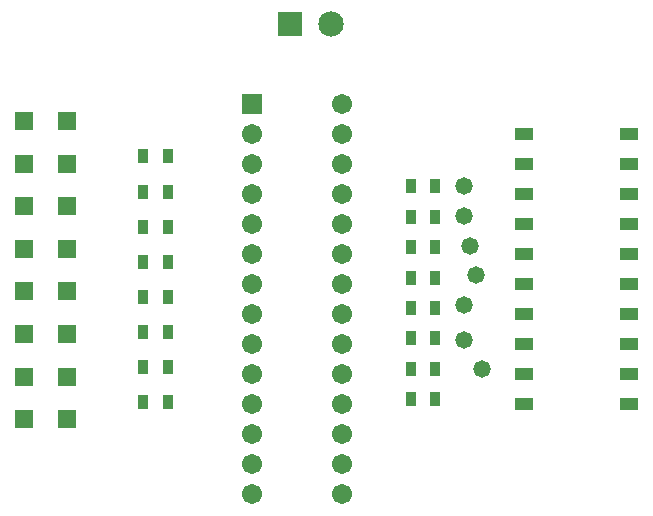
<source format=gbr>
%FSTAX23Y23*%
%MOIN*%
%SFA1B1*%

%IPPOS*%
%ADD10R,0.059055X0.062992*%
%ADD11R,0.059055X0.043307*%
%ADD12R,0.035433X0.047244*%
%ADD20C,0.084772*%
%ADD21R,0.084772X0.084772*%
%ADD22C,0.067055*%
%ADD23R,0.067055X0.067055*%
%ADD24C,0.058000*%
%LNpcb2_soldermask_top-1*%
%LPD*%
G54D10*
X03065Y02342D03*
X02923D03*
X03065Y022D03*
X02923D03*
X03065Y02484D03*
X02923D03*
X03065Y02626D03*
X02923D03*
X03065Y02768D03*
X02923D03*
X03065Y03053D03*
X02923D03*
X03065Y0291D03*
X02923D03*
X03065Y02058D03*
X02923D03*
G54D11*
X04588Y02109D03*
Y02209D03*
Y02309D03*
Y02409D03*
Y02509D03*
Y02609D03*
Y02709D03*
Y02809D03*
Y02909D03*
Y03009D03*
X04938D03*
Y02909D03*
Y02809D03*
Y02709D03*
Y02609D03*
Y02509D03*
Y02409D03*
Y02309D03*
Y02209D03*
Y02109D03*
G54D12*
X04293Y02834D03*
X0421D03*
X04293Y02733D03*
X0421D03*
X04293Y02632D03*
X0421D03*
X04293Y0253D03*
X0421D03*
X04293Y02429D03*
X0421D03*
X04293Y02328D03*
X0421D03*
X04293Y02227D03*
X0421D03*
X04293Y02125D03*
X0421D03*
X03317Y02115D03*
X034D03*
X03317Y02232D03*
X034D03*
X03317Y02349D03*
X034D03*
X03317Y02466D03*
X034D03*
X03317Y02583D03*
X034D03*
X03317Y027D03*
X034D03*
X03317Y02817D03*
X034D03*
X03317Y02935D03*
X034D03*
G54D20*
X03946Y03374D03*
G54D21*
X03809Y03374D03*
G54D22*
X0398Y0181D03*
Y0191D03*
Y0201D03*
Y0211D03*
Y0221D03*
Y0231D03*
Y0241D03*
Y0251D03*
Y0261D03*
Y0271D03*
Y0281D03*
Y0291D03*
Y0301D03*
Y0311D03*
X0368Y0181D03*
Y0191D03*
Y0201D03*
Y0211D03*
Y0221D03*
Y0231D03*
Y0241D03*
Y0251D03*
Y0261D03*
Y0271D03*
Y0281D03*
Y0291D03*
Y0301D03*
G54D23*
X0368Y0311D03*
G54D24*
X04389Y02834D03*
Y02736D03*
X04409Y02637D03*
X04429Y02539D03*
X04389Y0244D03*
Y02322D03*
X04448Y02224D03*
M02*
</source>
